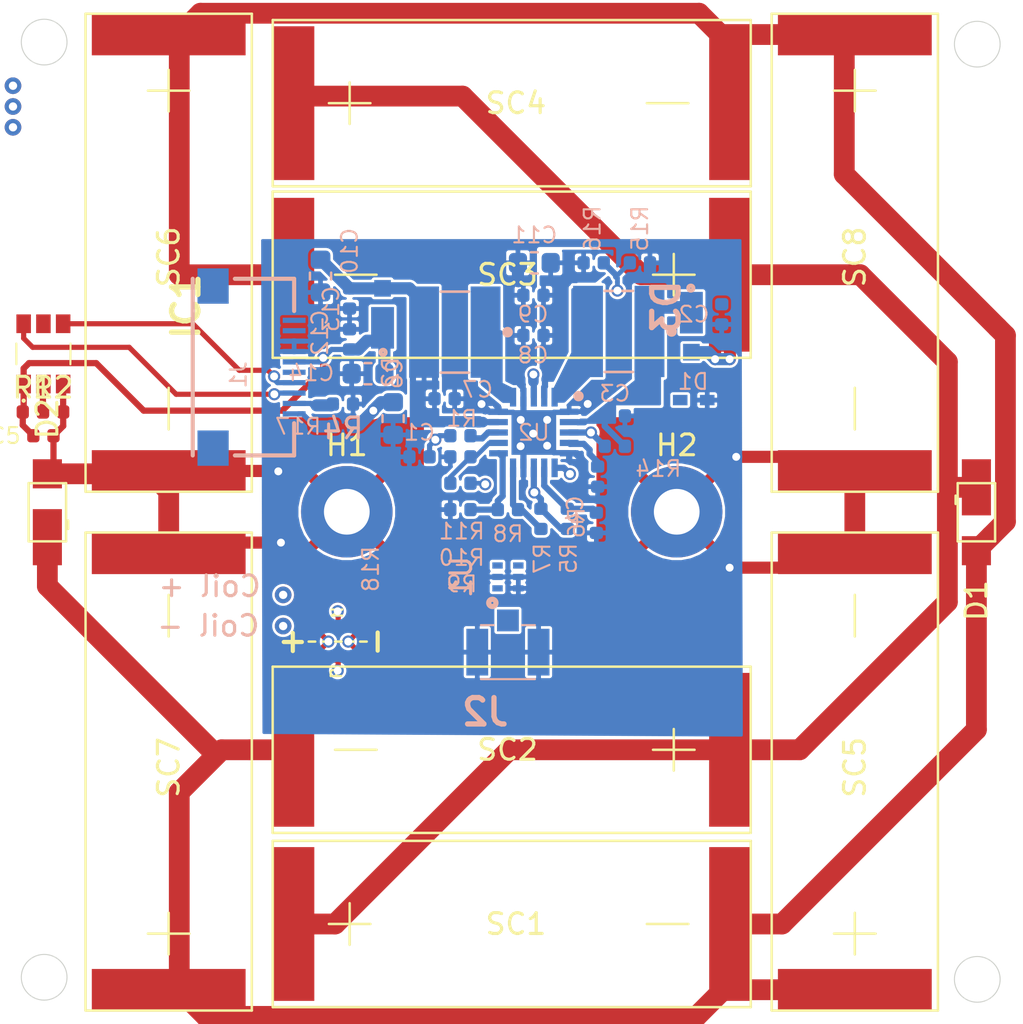
<source format=kicad_pcb>
(kicad_pcb (version 20171130) (host pcbnew "(5.1.4)-1")
  (layers (0 Top signal hide) (1 In1.Cu signal) (2 In2.Cu signal hide) (3 In3.Cu signal hide) (4 In4.Cu signal hide) (31 Bottom signal) (34 B.Paste user hide) (35 F.Paste user hide) (36 B.SilkS user) (37 F.SilkS user hide) (38 B.Mask user hide) (39 F.Mask user hide) (44 Edge.Cuts user hide))
  (net 0 "")
  (net 1 "Net-(D1-Pad2)")
  (net 2 "Net-(D1-Pad1)")
  (net 3 "Net-(H1-Pad1)")
  (net 4 "Net-(H2-Pad1)")
  (net 5 COIL_P)
  (net 6 GND)
  (net 7 +3V3)
  (net 8 SDA1)
  (net 9 SCL1)
  (net 10 /VBAT)
  (net 11 "Net-(L1-Pad2)")
  (net 12 VOUT_EN)
  (net 13 VSOLAR)
  (net 14 VBAT_OK)
  (net 15 BATT_N)
  (net 16 BATT_P)
  (net 17 BURN1)
  (net 18 COIL_N)
  (net 19 "Net-(C4-Pad1)")
  (net 20 "Net-(C10-Pad1)")
  (net 21 "Net-(C11-Pad1)")
  (net 22 "Net-(L2-Pad1)")
  (net 23 "Net-(R10-Pad2)")
  (net 24 "Net-(R5-Pad1)")
  (net 25 "Net-(R7-Pad1)")
  (net 26 "Net-(R8-Pad1)")
  (net 27 "Net-(R10-Pad1)")
  (net 28 "Net-(R14-Pad1)")
  (net 29 /coil)
  (net 30 "Net-(IC1-Pad5)")
  (net 31 "Net-(IC1-Pad2)")
  (net 32 "Net-(J2-Pad3)")
  (module Resistor_SMD:R_0402_1005Metric (layer Top) (at 152.931 60.198)
    (fp_text reference R2 (at 0 -1.17) (layer F.SilkS))
    (fp_text value 0)
    (pad 2 smd roundrect (at 0.485 0) (size 0.59 0.64) (layers Top F.Paste F.Mask) (net 6 GND))
    (pad 1 smd roundrect (at -0.485 0) (size 0.59 0.64) (layers Top F.Paste F.Mask) (net 31 "Net-(IC1-Pad2)"))
  )
  (module Resistor_SMD:R_0402_1005Metric (layer Bottom) (at 166.878 59.817)
    (fp_text reference R4 (at 0 1.17) (layer B.SilkS) (effects (justify mirror)))
    (fp_text value 0)
    (pad 2 smd roundrect (at 0.485 0) (size 0.59 0.64) (layers Bottom B.Paste B.Mask) (net 6 GND))
    (pad 1 smd roundrect (at -0.485 0) (size 0.59 0.64) (layers Bottom B.Paste B.Mask) (net 15 BATT_N))
  )
  (module Capacitor_SMD:C_0603_1608Metric (layer Bottom) (at 168.0845 58.3565 180)
    (fp_text reference C14 (at 2.7305 0.033 180) (layer B.SilkS) (effects (font (size 0.762 0.762) (thickness 0.1016)) (justify mirror)))
    (fp_text value 100uF)
    (pad 2 smd roundrect (at 0.7875 0 180) (size 0.875 0.95) (layers Bottom B.Paste B.Mask) (net 6 GND))
    (pad 1 smd roundrect (at -0.7875 0 180) (size 0.875 0.95) (layers Bottom B.Paste B.Mask) (net 7 +3V3))
  )
  (module custom-footprints:MICROSMP (layer Bottom) (at 183.642 56.0705 270)
    (fp_text reference D3 (at -0.93 1.214 90) (layer B.SilkS) (effects (font (size 1.27 1.27) (thickness 0.254)) (justify mirror)))
    (fp_text value MSS1P4-M3_89A hide)
    (pad 2 smd rect (at 1.25 0 180) (size 0.8 0.8) (layers Bottom B.Paste B.Mask) (net 2 "Net-(D1-Pad1)"))
    (pad 1 smd rect (at -0.65 0 180) (size 1.1 2) (layers Bottom B.Paste B.Mask) (net 13 VSOLAR))
  )
  (module custom-footprints:XF2M-1015-1A (layer Bottom) (at 164.5285 58.039 90)
    (fp_text reference J1 (at -0.37186 -2.68404 90) (layer B.SilkS) (effects (font (size 0.762 0.762) (thickness 0.1016)) (justify mirror)))
    (fp_text value XF2M-1015-1A hide)
    (pad 12 smd rect (at 3.9 -3.9) (size 1.5 1.7) (layers Bottom B.Paste B.Mask))
    (pad 11 smd rect (at -3.9 -3.9) (size 1.5 1.7) (layers Bottom B.Paste B.Mask))
    (pad 10 smd rect (at 2.25 0 90) (size 0.25 1.1) (layers Bottom B.Paste B.Mask) (net 5 COIL_P))
    (pad 9 smd rect (at 1.75 0 90) (size 0.25 1.1) (layers Bottom B.Paste B.Mask) (net 18 COIL_N))
    (pad 8 smd rect (at 1.25 0 90) (size 0.25 1.1) (layers Bottom B.Paste B.Mask) (net 6 GND))
    (pad 7 smd rect (at 0.75 0 90) (size 0.25 1.1) (layers Bottom B.Paste B.Mask) (net 6 GND))
    (pad 6 smd rect (at 0.25 0 90) (size 0.25 1.1) (layers Bottom B.Paste B.Mask) (net 7 +3V3))
    (pad 5 smd rect (at -0.25 0 90) (size 0.25 1.1) (layers Bottom B.Paste B.Mask) (net 17 BURN1))
    (pad 4 smd rect (at -0.75 0 90) (size 0.25 1.1) (layers Bottom B.Paste B.Mask) (net 9 SCL1))
    (pad 3 smd rect (at -1.25 0 90) (size 0.25 1.1) (layers Bottom B.Paste B.Mask) (net 8 SDA1))
    (pad 2 smd rect (at -1.75 0 90) (size 0.25 1.1) (layers Bottom B.Paste B.Mask) (net 15 BATT_N))
    (pad 1 smd rect (at -2.25 0 90) (size 0.25 1.1) (layers Bottom B.Paste B.Mask) (net 16 BATT_P))
  )
  (module SolarCellParts:KXOB25-05X3F (layer Top) (at 185.4962 76.454 180)
    (fp_text reference SC2 (at 10.7 0) (layer F.SilkS))
    (fp_text value SolarCell_Small)
    (pad 1 smd rect (at 0 0 180) (size 2 7.4) (layers Top F.Paste F.Mask) (net 2 "Net-(D1-Pad1)"))
    (pad 2 smd rect (at 21 0 180) (size 2 7.4) (layers Top F.Paste F.Mask) (net 1 "Net-(D1-Pad2)"))
  )
  (module custom-footprints:balun0603 (layer Bottom) (at 174.8155 68.1355 90)
    (fp_text reference U1 (at 0 -2.25 90) (layer B.SilkS) (effects (justify mirror)))
    (fp_text value HHM17139B2)
    (pad 5 smd rect (at 0 0.5 90) (size 0.3 0.5) (layers Bottom B.Paste B.Mask) (net 6 GND))
    (pad 6 smd rect (at -0.55 0.5 90) (size 0.3 0.5) (layers Bottom B.Paste B.Mask) (net 6 GND))
    (pad 4 smd rect (at 0.55 0.5 90) (size 0.3 0.5) (layers Bottom B.Paste B.Mask) (net 3 "Net-(H1-Pad1)"))
    (pad 1 smd rect (at -0.55 -0.5 90) (size 0.3 0.5) (layers Bottom B.Paste B.Mask) (net 32 "Net-(J2-Pad3)"))
    (pad 3 smd rect (at 0.55 -0.5 90) (size 0.3 0.5) (layers Bottom B.Paste B.Mask) (net 4 "Net-(H2-Pad1)"))
    (pad 2 smd rect (at 0 -0.5 90) (size 0.3 0.5) (layers Bottom B.Paste B.Mask) (net 6 GND))
  )
  (module Resistor_SMD:R_0402_1005Metric (layer Top) (at 151.9555 60.198)
    (fp_text reference R1 (at 0 -1.17) (layer F.SilkS))
    (fp_text value 0)
    (pad 2 smd roundrect (at 0.485 0) (size 0.59 0.64) (layers Top F.Paste F.Mask) (net 31 "Net-(IC1-Pad2)"))
    (pad 1 smd roundrect (at -0.485 0) (size 0.59 0.64) (layers Top F.Paste F.Mask) (net 7 +3V3))
  )
  (module custom-footprints:U.FL-R-SMT-1 (layer Bottom) (at 174.8155 71.755)
    (fp_text reference J2 (at -1.09467 2.881) (layer B.SilkS) (effects (font (size 1.27 1.27) (thickness 0.254)) (justify mirror)))
    (fp_text value U.FL-R-SMT-1 hide)
    (pad 3 smd rect (at 0 -1.525 270) (size 1.05 1.05) (layers Bottom B.Paste B.Mask) (net 32 "Net-(J2-Pad3)"))
    (pad 2 smd rect (at 1.475 0) (size 1.05 2.25) (layers Bottom B.Paste B.Mask) (net 6 GND))
    (pad 1 smd rect (at -1.475 0) (size 1.05 2.25) (layers Bottom B.Paste B.Mask) (net 6 GND))
  )
  (module custom-footprints:TSL2561 (layer Top) (at 152.4635 57.404 90)
    (fp_text reference IC1 (at 2.286 6.86 90) (layer F.SilkS) (effects (font (size 1.27 1.27) (thickness 0.254))))
    (fp_text value symbols_TSL2561 hide)
    (pad 6 smd rect (at 1.45 -0.95 180) (size 0.7 0.9) (layers Top F.Paste F.Mask) (net 8 SDA1))
    (pad 5 smd rect (at 1.45 0 180) (size 0.7 0.9) (layers Top F.Paste F.Mask) (net 30 "Net-(IC1-Pad5)"))
    (pad 4 smd rect (at 1.45 0.95 180) (size 0.7 0.9) (layers Top F.Paste F.Mask) (net 9 SCL1))
    (pad 3 smd rect (at -1.45 0.95 180) (size 0.7 0.9) (layers Top F.Paste F.Mask) (net 6 GND))
    (pad 2 smd rect (at -1.45 0 180) (size 0.7 0.9) (layers Top F.Paste F.Mask) (net 31 "Net-(IC1-Pad2)"))
    (pad 1 smd rect (at -1.45 -0.95 180) (size 0.7 0.9) (layers Top F.Paste F.Mask) (net 7 +3V3))
  )
  (module MountingHole:MountingHole_2.2mm_M2_Pad (layer Top) (at 182.9375 65)
    (fp_text reference H2 (at 0 -3.2) (layer F.SilkS))
    (fp_text value MountingHole_Pad)
    (pad 1 thru_hole circle (at 0 0) (size 4.4 4.4) (drill 2.2) (layers *.Cu *.Mask) (net 4 "Net-(H2-Pad1)"))
  )
  (module MountingHole:MountingHole_2.2mm_M2_Pad (layer Top) (at 167.0625 65)
    (fp_text reference H1 (at 0 -3.2) (layer F.SilkS))
    (fp_text value MountingHole_Pad)
    (pad 1 thru_hole circle (at 0 0) (size 4.4 4.4) (drill 2.2) (layers *.Cu *.Mask) (net 3 "Net-(H1-Pad1)"))
  )
  (module SolarCellParts:KXOB25-05X3F (layer Top) (at 164.5 84.836)
    (fp_text reference SC1 (at 10.7 0) (layer F.SilkS))
    (fp_text value SolarCell_Small)
    (pad 1 smd rect (at 0 0) (size 2 7.4) (layers Top F.Paste F.Mask) (net 2 "Net-(D1-Pad1)"))
    (pad 2 smd rect (at 21 0) (size 2 7.4) (layers Top F.Paste F.Mask) (net 1 "Net-(D1-Pad2)"))
  )
  (module SolarCellParts:KXOB25-05X3F (layer Top) (at 191.508 42.037 270)
    (fp_text reference SC8 (at 10.7 0 90) (layer F.SilkS))
    (fp_text value SolarCell_Small)
    (pad 2 smd rect (at 21 0 270) (size 2 7.4) (layers Top F.Paste F.Mask) (net 6 GND))
    (pad 1 smd rect (at 0 0 270) (size 2 7.4) (layers Top F.Paste F.Mask) (net 1 "Net-(D1-Pad2)"))
  )
  (module SolarCellParts:KXOB25-05X3F (layer Top) (at 158.492 88 90)
    (fp_text reference SC7 (at 10.7 0 90) (layer F.SilkS))
    (fp_text value SolarCell_Small)
    (pad 2 smd rect (at 21 0 90) (size 2 7.4) (layers Top F.Paste F.Mask) (net 6 GND))
    (pad 1 smd rect (at 0 0 90) (size 2 7.4) (layers Top F.Paste F.Mask) (net 1 "Net-(D1-Pad2)"))
  )
  (module SolarCellParts:KXOB25-05X3F (layer Top) (at 158.492 42.037 270)
    (fp_text reference SC6 (at 10.7 0 90) (layer F.SilkS))
    (fp_text value SolarCell_Small)
    (pad 2 smd rect (at 21 0 270) (size 2 7.4) (layers Top F.Paste F.Mask) (net 6 GND))
    (pad 1 smd rect (at 0 0 270) (size 2 7.4) (layers Top F.Paste F.Mask) (net 1 "Net-(D1-Pad2)"))
  )
  (module SolarCellParts:KXOB25-05X3F (layer Top) (at 191.508 88 90)
    (fp_text reference SC5 (at 10.7 0 90) (layer F.SilkS))
    (fp_text value SolarCell_Small)
    (pad 2 smd rect (at 21 0 90) (size 2 7.4) (layers Top F.Paste F.Mask) (net 6 GND))
    (pad 1 smd rect (at 0 0 90) (size 2 7.4) (layers Top F.Paste F.Mask) (net 1 "Net-(D1-Pad2)"))
  )
  (module SolarCellParts:KXOB25-05X3F (layer Top) (at 164.5 45.339)
    (fp_text reference SC4 (at 10.7 0) (layer F.SilkS))
    (fp_text value SolarCell_Small)
    (pad 2 smd rect (at 21 0) (size 2 7.4) (layers Top F.Paste F.Mask) (net 1 "Net-(D1-Pad2)"))
    (pad 1 smd rect (at 0 0) (size 2 7.4) (layers Top F.Paste F.Mask) (net 2 "Net-(D1-Pad1)"))
  )
  (module SolarCellParts:KXOB25-05X3F (layer Top) (at 185.4962 53.594 180)
    (fp_text reference SC3 (at 10.7 0) (layer F.SilkS))
    (fp_text value SolarCell_Small)
    (pad 2 smd rect (at 21 0 180) (size 2 7.4) (layers Top F.Paste F.Mask) (net 1 "Net-(D1-Pad2)"))
    (pad 1 smd rect (at 0 0 180) (size 2 7.4) (layers Top F.Paste F.Mask) (net 2 "Net-(D1-Pad1)"))
  )
  (module "SolarCellParts:SB Diode" (layer Top) (at 152.654 65.024 90)
    (fp_text reference D2 (at 4.5 0 90) (layer F.SilkS))
    (fp_text value SBDiode)
    (pad 2 smd rect (at 1.85 0 90) (size 1.4 1.4) (layers Top F.Paste F.Mask) (net 6 GND))
    (pad 1 smd rect (at -1.2 0 90) (size 2.7 1.4) (layers Top F.Paste F.Mask) (net 1 "Net-(D1-Pad2)"))
  )
  (module "SolarCellParts:SB Diode" (layer Top) (at 197.358 65.024 270)
    (fp_text reference D1 (at 4.25 0 90) (layer F.SilkS))
    (fp_text value SBDiode)
    (pad 2 smd rect (at 1.85 0 270) (size 1.4 1.4) (layers Top F.Paste F.Mask) (net 1 "Net-(D1-Pad2)"))
    (pad 1 smd rect (at -1.2 0 270) (size 2.7 1.4) (layers Top F.Paste F.Mask) (net 2 "Net-(D1-Pad1)"))
  )
  (module custom-footprints:xpanel (layer Top) (at 317.5635 129.3495)
    (fp_text reference Ref** hide)
    (fp_text value Val** hide)
  )
  (module Resistor_SMD:R_0402_1005Metric (layer Top) (at 167.132 70.5485 180)
    (fp_text reference R19 hide)
    (fp_text value 0)
    (pad 2 smd roundrect (at 0.485 0 180) (size 0.59 0.64) (layers Top F.Paste F.Mask) (net 18 COIL_N))
    (pad 1 smd roundrect (at -0.485 0 180) (size 0.59 0.64) (layers Top F.Paste F.Mask) (net 29 /coil))
  )
  (module Resistor_SMD:R_0402_1005Metric (layer Top) (at 166.16172 70.5485 180)
    (fp_text reference R4 hide)
    (fp_text value 0)
    (pad 2 smd roundrect (at 0.485 0 180) (size 0.59 0.64) (layers Top F.Paste F.Mask) (net 29 /coil))
    (pad 1 smd roundrect (at -0.485 0 180) (size 0.59 0.64) (layers Top F.Paste F.Mask) (net 18 COIL_N))
  )
  (module Resistor_SMD:R_0402_1005Metric (layer Top) (at 167.132 71.9455 180)
    (fp_text reference R3 hide)
    (fp_text value 0)
    (pad 2 smd roundrect (at 0.485 0 180) (size 0.59 0.64) (layers Top F.Paste F.Mask) (net 5 COIL_P))
    (pad 1 smd roundrect (at -0.485 0 180) (size 0.59 0.64) (layers Top F.Paste F.Mask) (net 29 /coil))
  )
  (module Resistor_SMD:R_0402_1005Metric (layer Top) (at 166.16172 71.9455 180)
    (fp_text reference R2 hide)
    (fp_text value 0)
    (pad 2 smd roundrect (at 0.485 0 180) (size 0.59 0.64) (layers Top F.Paste F.Mask) (net 29 /coil))
    (pad 1 smd roundrect (at -0.485 0 180) (size 0.59 0.64) (layers Top F.Paste F.Mask) (net 5 COIL_P))
  )
  (module Capacitor_SMD:C_0402_1005Metric (layer Top) (at 152.4635 61.341 180)
    (fp_text reference C5 (at 1.8415 0) (layer F.SilkS) (effects (font (size 0.762 0.762) (thickness 0.1016))))
    (fp_text value 0.1uF)
    (pad 2 smd roundrect (at 0.485 0 180) (size 0.59 0.64) (layers Top F.Paste F.Mask) (net 7 +3V3))
    (pad 1 smd roundrect (at -0.485 0 180) (size 0.59 0.64) (layers Top F.Paste F.Mask) (net 6 GND))
  )
  (module Capacitor_SMD:C_0603_1608Metric (layer Bottom) (at 169.291 60.5155 270)
    (fp_text reference C6 (at -2.159 -0.0635 270) (layer B.SilkS) (effects (font (size 0.762 0.762) (thickness 0.1016)) (justify mirror)))
    (fp_text value 100uF)
    (pad 2 smd roundrect (at 0.7875 0 270) (size 0.875 0.95) (layers Bottom B.Paste B.Mask) (net 6 GND))
    (pad 1 smd roundrect (at -0.7875 0 270) (size 0.875 0.95) (layers Bottom B.Paste B.Mask) (net 10 /VBAT))
  )
  (module Capacitor_SMD:C_0402_1005Metric (layer Bottom) (at 176.04234 54.582844 180)
    (fp_text reference C9 (at 0.02034 -0.916156) (layer B.SilkS) (effects (font (size 0.762 0.762) (thickness 0.1016)) (justify mirror)))
    (fp_text value 0.1uF)
    (pad 2 smd roundrect (at 0.485 0 180) (size 0.59 0.64) (layers Bottom B.Paste B.Mask) (net 6 GND))
    (pad 1 smd roundrect (at -0.485 0 180) (size 0.59 0.64) (layers Bottom B.Paste B.Mask) (net 21 "Net-(C11-Pad1)"))
  )
  (module misc-circuits:SOD523 (layer Bottom) (at 183.7055 59.6265)
    (fp_text reference D1 (at -0.7905 -1.3335) (layer B.SilkS) (effects (font (size 0.762 0.762) (thickness 0.1016)) (justify right top mirror)))
    (fp_text value SDM20U40-7)
    (pad C smd rect (at -0.6 0) (size 0.7 0.5) (layers Bottom B.Paste B.Mask) (net 13 VSOLAR))
    (pad A smd rect (at 0.7 0) (size 0.7 0.5) (layers Bottom B.Paste B.Mask) (net 6 GND))
  )
  (module misc-circuits:QFN50P350X350X100-21N-D (layer Bottom) (at 176.06234 61.186844 180)
    (fp_text reference U2 (at 0 0) (layer B.SilkS) (effects (font (size 0.762 0.762) (thickness 0.1016)) (justify mirror)))
    (fp_text value Value hide)
    (pad 21 smd rect (at 0 0 180) (size 2.15 2.15) (layers Bottom B.Paste B.Mask) (net 6 GND))
    (pad 20 smd rect (at -1 1.7 180) (size 0.3 0.9) (layers Bottom B.Paste B.Mask) (net 11 "Net-(L1-Pad2)"))
    (pad 19 smd rect (at -0.5 1.7 180) (size 0.3 0.9) (layers Bottom B.Paste B.Mask) (net 21 "Net-(C11-Pad1)"))
    (pad 18 smd rect (at 0 1.7 180) (size 0.3 0.9) (layers Bottom B.Paste B.Mask) (net 10 /VBAT))
    (pad 17 smd rect (at 0.5 1.7 180) (size 0.3 0.9) (layers Bottom B.Paste B.Mask) (net 6 GND))
    (pad 16 smd rect (at 1 1.7 180) (size 0.3 0.9) (layers Bottom B.Paste B.Mask) (net 22 "Net-(L2-Pad1)"))
    (pad 15 smd rect (at 1.7 1 90) (size 0.3 0.9) (layers Bottom B.Paste B.Mask) (net 6 GND))
    (pad 14 smd rect (at 1.7 0.5 90) (size 0.3 0.9) (layers Bottom B.Paste B.Mask) (net 20 "Net-(C10-Pad1)"))
    (pad 13 smd rect (at 1.7 0 90) (size 0.3 0.9) (layers Bottom B.Paste B.Mask) (net 14 VBAT_OK))
    (pad 12 smd rect (at 1.7 -0.5 90) (size 0.3 0.9) (layers Bottom B.Paste B.Mask) (net 27 "Net-(R10-Pad1)"))
    (pad 11 smd rect (at 1.7 -1 90) (size 0.3 0.9) (layers Bottom B.Paste B.Mask) (net 26 "Net-(R8-Pad1)"))
    (pad 10 smd rect (at 1 -1.7 180) (size 0.3 0.9) (layers Bottom B.Paste B.Mask) (net 25 "Net-(R7-Pad1)"))
    (pad 9 smd rect (at 0.5 -1.7 180) (size 0.3 0.9) (layers Bottom B.Paste B.Mask) (net 6 GND))
    (pad 8 smd rect (at 0 -1.7 180) (size 0.3 0.9) (layers Bottom B.Paste B.Mask) (net 23 "Net-(R10-Pad2)"))
    (pad 7 smd rect (at -0.5 -1.7 180) (size 0.3 0.9) (layers Bottom B.Paste B.Mask) (net 24 "Net-(R5-Pad1)"))
    (pad 6 smd rect (at -1 -1.7 180) (size 0.3 0.9) (layers Bottom B.Paste B.Mask) (net 12 VOUT_EN))
    (pad 5 smd rect (at -1.7 -1 90) (size 0.3 0.9) (layers Bottom B.Paste B.Mask) (net 6 GND))
    (pad 4 smd rect (at -1.7 -0.5 90) (size 0.3 0.9) (layers Bottom B.Paste B.Mask) (net 19 "Net-(C4-Pad1)"))
    (pad 3 smd rect (at -1.7 0 90) (size 0.3 0.9) (layers Bottom B.Paste B.Mask) (net 28 "Net-(R14-Pad1)"))
    (pad 2 smd rect (at -1.7 0.5 90) (size 0.3 0.9) (layers Bottom B.Paste B.Mask) (net 13 VSOLAR))
    (pad 1 smd rect (at -1.7 1 90) (size 0.3 0.9) (layers Bottom B.Paste B.Mask) (net 6 GND))
  )
  (module custom-footprints:MICROSMP (layer Bottom) (at 168.783 55.499 90)
    (fp_text reference D2 (at -2.794 0.381 270) (layer B.SilkS) (effects (font (size 0.762 0.762) (thickness 0.1016)) (justify mirror)))
    (fp_text value MSS1P4-M3_89A hide)
    (pad 2 smd rect (at 1.25 0) (size 0.8 0.8) (layers Bottom B.Paste B.Mask) (net 20 "Net-(C10-Pad1)"))
    (pad 1 smd rect (at -0.65 0) (size 1.1 2) (layers Bottom B.Paste B.Mask) (net 7 +3V3))
  )
  (module Resistor_SMD:R_0402_1005Metric (layer Bottom) (at 179.07 65.532 90)
    (fp_text reference R6 (at 0 -0.9525 270) (layer B.SilkS) (effects (font (size 0.762 0.762) (thickness 0.1016)) (justify mirror)))
    (fp_text value 5.62M)
    (pad 2 smd roundrect (at 0.485 0 90) (size 0.59 0.64) (layers Bottom B.Paste B.Mask) (net 24 "Net-(R5-Pad1)"))
    (pad 1 smd roundrect (at -0.485 0 90) (size 0.59 0.64) (layers Bottom B.Paste B.Mask) (net 6 GND))
  )
  (module Resistor_SMD:R_0402_1005Metric (layer Bottom) (at 177.673 65.3415 270)
    (fp_text reference R5 (at 1.905 -0.0635 270) (layer B.SilkS) (effects (font (size 0.762 0.762) (thickness 0.1016)) (justify mirror)))
    (fp_text value 7.32M)
    (pad 2 smd roundrect (at 0.485 0 270) (size 0.59 0.64) (layers Bottom B.Paste B.Mask) (net 23 "Net-(R10-Pad2)"))
    (pad 1 smd roundrect (at -0.485 0 270) (size 0.59 0.64) (layers Bottom B.Paste B.Mask) (net 24 "Net-(R5-Pad1)"))
  )
  (module Resistor_SMD:R_0402_1005Metric (layer Bottom) (at 178.943 53.0225)
    (fp_text reference R16 (at -0.0635 -1.651 90) (layer B.SilkS) (effects (font (size 0.762 0.762) (thickness 0.1016)) (justify mirror)))
    (fp_text value 0)
    (pad 2 smd roundrect (at 0.485 0) (size 0.59 0.64) (layers Bottom B.Paste B.Mask) (net 28 "Net-(R14-Pad1)"))
    (pad 1 smd roundrect (at -0.485 0) (size 0.59 0.64) (layers Bottom B.Paste B.Mask) (net 21 "Net-(C11-Pad1)"))
  )
  (module Capacitor_SMD:C_0402_1005Metric (layer Bottom) (at 176.04234 56.515 180)
    (fp_text reference C8 (at 0.02034 -0.9525) (layer B.SilkS) (effects (font (size 0.762 0.762) (thickness 0.1016)) (justify mirror)))
    (fp_text value 4.7uF)
    (pad 2 smd roundrect (at 0.485 0 180) (size 0.59 0.64) (layers Bottom B.Paste B.Mask) (net 6 GND))
    (pad 1 smd roundrect (at -0.485 0 180) (size 0.59 0.64) (layers Bottom B.Paste B.Mask) (net 21 "Net-(C11-Pad1)"))
  )
  (module Capacitor_SMD:C_0603_1608Metric (layer Bottom) (at 165.7985 53.6575 270)
    (fp_text reference C12 (at 2.7305 0.033 270) (layer B.SilkS) (effects (font (size 0.762 0.762) (thickness 0.1016)) (justify mirror)))
    (fp_text value 100uF)
    (pad 2 smd roundrect (at 0.7875 0 270) (size 0.875 0.95) (layers Bottom B.Paste B.Mask) (net 6 GND))
    (pad 1 smd roundrect (at -0.7875 0 270) (size 0.875 0.95) (layers Bottom B.Paste B.Mask) (net 20 "Net-(C10-Pad1)"))
  )
  (module Capacitor_SMD:C_0402_1005Metric (layer Bottom) (at 167.1955 56.7055 90)
    (fp_text reference C13 (at 1.4605 -0.889 90) (layer B.SilkS) (effects (font (size 0.762 0.762) (thickness 0.1016)) (justify mirror)))
    (fp_text value 0.1uF)
    (pad 2 smd roundrect (at 0.485 0 90) (size 0.59 0.64) (layers Bottom B.Paste B.Mask) (net 6 GND))
    (pad 1 smd roundrect (at -0.485 0 90) (size 0.59 0.64) (layers Bottom B.Paste B.Mask) (net 7 +3V3))
  )
  (module Resistor_SMD:R_0402_1005Metric (layer Bottom) (at 176.403 65.3415 90)
    (fp_text reference R7 (at -1.905 0.0635 270) (layer B.SilkS) (effects (font (size 0.762 0.762) (thickness 0.1016)) (justify mirror)))
    (fp_text value 374K)
    (pad 2 smd roundrect (at 0.485 0 90) (size 0.59 0.64) (layers Bottom B.Paste B.Mask) (net 23 "Net-(R10-Pad2)"))
    (pad 1 smd roundrect (at -0.485 0 90) (size 0.59 0.64) (layers Bottom B.Paste B.Mask) (net 25 "Net-(R7-Pad1)"))
  )
  (module Resistor_SMD:R_0402_1005Metric (layer Bottom) (at 172.5295 62.357)
    (fp_text reference R11 (at 0.0635 3.583) (layer B.SilkS) (effects (font (size 0.762 0.762) (thickness 0.1016)) (justify mirror)))
    (fp_text value 4.75M)
    (pad 2 smd roundrect (at 0.485 0) (size 0.59 0.64) (layers Bottom B.Paste B.Mask) (net 27 "Net-(R10-Pad1)"))
    (pad 1 smd roundrect (at -0.485 0) (size 0.59 0.64) (layers Bottom B.Paste B.Mask) (net 6 GND))
  )
  (module Resistor_SMD:R_0402_1005Metric (layer Bottom) (at 172.5295 64.897)
    (fp_text reference R9 (at 0.0635 3.583) (layer B.SilkS) (effects (font (size 0.762 0.762) (thickness 0.1016)) (justify mirror)))
    (fp_text value 4.53M)
    (pad 2 smd roundrect (at 0.485 0) (size 0.59 0.64) (layers Bottom B.Paste B.Mask) (net 26 "Net-(R8-Pad1)"))
    (pad 1 smd roundrect (at -0.485 0) (size 0.59 0.64) (layers Bottom B.Paste B.Mask) (net 6 GND))
  )
  (module Resistor_SMD:R_0402_1005Metric (layer Bottom) (at 172.5295 63.627)
    (fp_text reference R10 (at 0.0635 3.583) (layer B.SilkS) (effects (font (size 0.762 0.762) (thickness 0.1016)) (justify mirror)))
    (fp_text value 8.25M)
    (pad 2 smd roundrect (at 0.485 0) (size 0.59 0.64) (layers Bottom B.Paste B.Mask) (net 23 "Net-(R10-Pad2)"))
    (pad 1 smd roundrect (at -0.485 0) (size 0.59 0.64) (layers Bottom B.Paste B.Mask) (net 27 "Net-(R10-Pad1)"))
  )
  (module Resistor_SMD:R_0402_1005Metric (layer Bottom) (at 174.8155 64.897)
    (fp_text reference R8 (at 0 1.17) (layer B.SilkS) (effects (font (size 0.762 0.762) (thickness 0.1016)) (justify mirror)))
    (fp_text value 8.25M)
    (pad 2 smd roundrect (at 0.485 0) (size 0.59 0.64) (layers Bottom B.Paste B.Mask) (net 25 "Net-(R7-Pad1)"))
    (pad 1 smd roundrect (at -0.485 0) (size 0.59 0.64) (layers Bottom B.Paste B.Mask) (net 26 "Net-(R8-Pad1)"))
  )
  (module Resistor_SMD:R_0402_1005Metric (layer Bottom) (at 179.959 61.849)
    (fp_text reference R14 (at 2.0955 1.0795) (layer B.SilkS) (effects (font (size 0.762 0.762) (thickness 0.1016)) (justify mirror)))
    (fp_text value 0)
    (pad 2 smd roundrect (at 0.485 0) (size 0.59 0.64) (layers Bottom B.Paste B.Mask) (net 13 VSOLAR))
    (pad 1 smd roundrect (at -0.485 0) (size 0.59 0.64) (layers Bottom B.Paste B.Mask) (net 28 "Net-(R14-Pad1)"))
  )
  (module Resistor_SMD:R_0402_1005Metric (layer Bottom) (at 181.1655 53.0225 180)
    (fp_text reference R15 (at 0 1.651 90) (layer B.SilkS) (effects (font (size 0.762 0.762) (thickness 0.1016)) (justify mirror)))
    (fp_text value 0)
    (pad 2 smd roundrect (at 0.485 0 180) (size 0.59 0.64) (layers Bottom B.Paste B.Mask) (net 28 "Net-(R14-Pad1)"))
    (pad 1 smd roundrect (at -0.485 0 180) (size 0.59 0.64) (layers Bottom B.Paste B.Mask) (net 6 GND))
  )
  (module Resistor_SMD:R_0402_1005Metric (layer Bottom) (at 166.878 60.8965)
    (fp_text reference R17 (at -2.159 0) (layer B.SilkS) (effects (font (size 0.762 0.762) (thickness 0.1016)) (justify mirror)))
    (fp_text value 0)
    (pad 2 smd roundrect (at 0.485 0) (size 0.59 0.64) (layers Bottom B.Paste B.Mask) (net 10 /VBAT))
    (pad 1 smd roundrect (at -0.485 0) (size 0.59 0.64) (layers Bottom B.Paste B.Mask) (net 16 BATT_P))
  )
  (module Resistor_SMD:R_0402_1005Metric (layer Bottom) (at 168.275 65.151 90)
    (fp_text reference R18 (at -2.6035 -0.0635 270) (layer B.SilkS) (effects (font (size 0.762 0.762) (thickness 0.1016)) (justify mirror)))
    (fp_text value 0)
    (pad 2 smd roundrect (at 0.485 0 90) (size 0.59 0.64) (layers Bottom B.Paste B.Mask) (net 6 GND))
    (pad 1 smd roundrect (at -0.485 0 90) (size 0.59 0.64) (layers Bottom B.Paste B.Mask) (net 15 BATT_N))
  )
  (module Resistor_SMD:R_0402_1005Metric (layer Bottom) (at 172.5295 61.341 180)
    (fp_text reference R1 (at -0.0635 0.8255) (layer B.SilkS) (effects (font (size 0.762 0.762) (thickness 0.1016)) (justify mirror)))
    (fp_text value 0)
    (pad 2 smd roundrect (at 0.485 0 180) (size 0.59 0.64) (layers Bottom B.Paste B.Mask) (net 12 VOUT_EN))
    (pad 1 smd roundrect (at -0.485 0 180) (size 0.59 0.64) (layers Bottom B.Paste B.Mask) (net 14 VBAT_OK))
  )
  (module misc-circuits:LPS4018 (layer Bottom) (at 172.26026 56.35752 180)
    (fp_text reference L2 hide)
    (fp_text value 10uH-LPS4018-103MR hide)
    (pad 2 smd rect (at 1.47955 0 180) (size 1.4351 4.3942) (layers Bottom B.Paste B.Mask) (net 20 "Net-(C10-Pad1)"))
    (pad 1 smd rect (at -1.47955 0 180) (size 1.4351 4.3942) (layers Bottom B.Paste B.Mask) (net 22 "Net-(L2-Pad1)"))
  )
  (module misc-circuits:LPS4018 (layer Bottom) (at 180.1495 56.3245 180)
    (fp_text reference L1 hide)
    (fp_text value 22uH-LPS4018-223MR hide)
    (pad 2 smd rect (at 1.47955 0 180) (size 1.4351 4.3942) (layers Bottom B.Paste B.Mask) (net 11 "Net-(L1-Pad2)"))
    (pad 1 smd rect (at -1.47955 0 180) (size 1.4351 4.3942) (layers Bottom B.Paste B.Mask) (net 13 VSOLAR))
  )
  (module Capacitor_SMD:C_0603_1608Metric (layer Bottom) (at 176.0855 53.0225 180)
    (fp_text reference C11 (at 0 1.3335) (layer B.SilkS) (effects (font (size 0.762 0.762) (thickness 0.1016)) (justify mirror)))
    (fp_text value 100uF)
    (pad 2 smd roundrect (at 0.7875 0 180) (size 0.875 0.95) (layers Bottom B.Paste B.Mask) (net 6 GND))
    (pad 1 smd roundrect (at -0.7875 0 180) (size 0.875 0.95) (layers Bottom B.Paste B.Mask) (net 21 "Net-(C11-Pad1)"))
  )
  (module Capacitor_SMD:C_0402_1005Metric (layer Bottom) (at 171.7675 59.563)
    (fp_text reference C7 (at 1.5875 -0.4445) (layer B.SilkS) (effects (font (size 0.762 0.762) (thickness 0.1016)) (justify mirror)))
    (fp_text value 22uF)
    (pad 2 smd roundrect (at 0.485 0) (size 0.59 0.64) (layers Bottom B.Paste B.Mask) (net 6 GND))
    (pad 1 smd roundrect (at -0.485 0) (size 0.59 0.64) (layers Bottom B.Paste B.Mask) (net 20 "Net-(C10-Pad1)"))
  )
  (module Capacitor_SMD:C_0402_1005Metric (layer Bottom) (at 179.1335 63.3095 270)
    (fp_text reference C4 (at 1.651 1.0795 90) (layer B.SilkS) (effects (font (size 0.762 0.762) (thickness 0.1016)) (justify mirror)))
    (fp_text value 10nF)
    (pad 2 smd roundrect (at 0.485 0 270) (size 0.59 0.64) (layers Bottom B.Paste B.Mask) (net 6 GND))
    (pad 1 smd roundrect (at -0.485 0 270) (size 0.59 0.64) (layers Bottom B.Paste B.Mask) (net 19 "Net-(C4-Pad1)"))
  )
  (module Capacitor_SMD:C_0402_1005Metric (layer Bottom) (at 185.1025 55.499 270)
    (fp_text reference C2 (at 0 1.3335) (layer B.SilkS) (effects (font (size 0.762 0.762) (thickness 0.1016)) (justify mirror)))
    (fp_text value 0.1uF)
    (pad 2 smd roundrect (at 0.485 0 270) (size 0.59 0.64) (layers Bottom B.Paste B.Mask) (net 6 GND))
    (pad 1 smd roundrect (at -0.485 0 270) (size 0.59 0.64) (layers Bottom B.Paste B.Mask) (net 13 VSOLAR))
  )
  (module Capacitor_SMD:C_0402_1005Metric (layer Bottom) (at 167.1955 54.737 270)
    (fp_text reference C10 (at -2.286 0 270) (layer B.SilkS) (effects (font (size 0.762 0.762) (thickness 0.1016)) (justify mirror)))
    (fp_text value 0.1uF)
    (pad 2 smd roundrect (at 0.485 0 270) (size 0.59 0.64) (layers Bottom B.Paste B.Mask) (net 6 GND))
    (pad 1 smd roundrect (at -0.485 0 270) (size 0.59 0.64) (layers Bottom B.Paste B.Mask) (net 20 "Net-(C10-Pad1)"))
  )
  (module Capacitor_SMD:C_0402_1005Metric (layer Bottom) (at 179.959 60.3885)
    (fp_text reference C3 (at 0 -1.0795) (layer B.SilkS) (effects (font (size 0.762 0.762) (thickness 0.1016)) (justify mirror)))
    (fp_text value 4.7uF)
    (pad 2 smd roundrect (at 0.485 0) (size 0.59 0.64) (layers Bottom B.Paste B.Mask) (net 6 GND))
    (pad 1 smd roundrect (at -0.485 0) (size 0.59 0.64) (layers Bottom B.Paste B.Mask) (net 13 VSOLAR))
  )
  (module Capacitor_SMD:C_0402_1005Metric (layer Bottom) (at 170.561 62.357 180)
    (fp_text reference C1 (at 0 1.17) (layer B.SilkS) (effects (font (size 0.762 0.762) (thickness 0.1016)) (justify mirror)))
    (fp_text value 1.0uF)
    (pad 2 smd roundrect (at 0.485 0 180) (size 0.59 0.64) (layers Bottom B.Paste B.Mask) (net 6 GND))
    (pad 1 smd roundrect (at -0.485 0 180) (size 0.59 0.64) (layers Bottom B.Paste B.Mask) (net 12 VOUT_EN))
  )
  (gr_text P (at 166.5605 72.771 90) (layer F.SilkS) (effects (font (size 0.508 0.508) (thickness 0.1016))))
  (gr_line (start 167.0685 71.247) (end 167.386 71.247) (layer F.SilkS) (width 0.12))
  (gr_line (start 166.8145 71.247) (end 166.497 71.247) (layer F.SilkS) (width 0.12))
  (gr_line (start 168.021 71.247) (end 167.7035 71.247) (layer F.SilkS) (width 0.12))
  (gr_circle (center 197.4 42.5) (end 198.5 42.5) (layer Edge.Cuts) (width 0.05))
  (gr_circle (center 197.4 87.5) (end 198.5 87.5) (layer Edge.Cuts) (width 0.05))
  (gr_circle (center 152.5 87.4) (end 153.6 87.4) (layer Edge.Cuts) (width 0.05))
  (gr_line (start 200 40) (end 150 40) (layer Edge.Cuts) (width 0.05))
  (gr_line (start 200 90) (end 200 40) (layer Edge.Cuts) (width 0.05))
  (gr_line (start 150 90) (end 200 90) (layer Edge.Cuts) (width 0.05))
  (gr_line (start 150 40) (end 150 90) (layer Edge.Cuts) (width 0.05))
  (gr_circle (center 152.5 42.4) (end 153.6 42.4) (layer Edge.Cuts) (width 0.05))
  (gr_text 3V3 (at 300.5455 98.552) (layer F.SilkS) (effects (font (size 0.635 0.635) (thickness 0.127))))
  (gr_text GND (at 297.688 98.552) (layer F.SilkS) (effects (font (size 0.635 0.635) (thickness 0.127))))
  (gr_text - (at 168.4655 71.247 90) (layer F.SilkS) (effects (font (size 1.143 1.143) (thickness 0.2032))))
  (gr_text N (at 166.5605 69.85 270) (layer F.SilkS) (effects (font (size 0.508 0.508) (thickness 0.1016))))
  (gr_text + (at 164.465 71.1835) (layer F.SilkS) (effects (font (size 1.143 1.143) (thickness 0.2032))))
  (gr_line (start 165.5445 71.247) (end 165.227 71.247) (layer F.SilkS) (width 0.12))
  (gr_line (start 165.9255 71.247) (end 166.243 71.247) (layer F.SilkS) (width 0.12))
  (gr_text "Coil -" (at 160.401 70.485) (layer B.SilkS) (effects (font (size 1 1)) (justify mirror)))
  (gr_text "Coil +" (at 160.4645 68.58) (layer B.SilkS) (effects (font (size 1 1)) (justify mirror)))
  (gr_circle (center 267.82 128.136) (end 269.82 128.136) (layer F.SilkS) (width 0.05))
  (gr_circle (center 307.62 128.136) (end 309.62 128.136) (layer F.SilkS) (width 0.05))
  (gr_circle (center 307.62 93.736) (end 309.62 93.736) (layer F.SilkS) (width 0.05))
  (gr_circle (center 267.82 93.736) (end 269.82 93.736) (layer F.SilkS) (width 0.05))
  (segment (start 167 66.5) (end 168 65.5) (width 0.25) (layer Top) (net 3))
  (via (at 151 44.5) (size 0.8) (drill 0.4) (layers Top Bottom) (net 5))
  (via (at 151 45.5) (size 0.8) (drill 0.4) (layers Top Bottom) (net 5))
  (via (at 164 69) (size 0.8) (drill 0.4) (layers Top Bottom) (net 5))
  (via (at 164 70.5) (size 0.8) (drill 0.4) (layers Top Bottom) (net 5))
  (via (at 151 46.5) (size 0.8) (drill 0.4) (layers Top Bottom) (net 5))
  (segment (start 176.06234 61.186844) (end 176.67194 60.577244) (width 0.2032) (layer Bottom) (net 6))
  (segment (start 176.67194 60.577244) (end 176.70274 60.577244) (width 0.2032) (layer Bottom) (net 6))
  (via (at 176.70274 60.577244) (size 0.5842) (drill 0.381) (layers Top Bottom) (net 6))
  (segment (start 176.06234 61.186844) (end 175.45274 60.577244) (width 0.2032) (layer Bottom) (net 6))
  (segment (start 175.45274 60.577244) (end 175.43274 60.577244) (width 0.2032) (layer Bottom) (net 6))
  (via (at 175.43274 60.577244) (size 0.5842) (drill 0.381) (layers Top Bottom) (net 6))
  (segment (start 176.06234 61.186844) (end 176.67194 61.796444) (width 0.2032) (layer Bottom) (net 6))
  (segment (start 176.67194 61.796444) (end 176.70274 61.821844) (width 0.2032) (layer Bottom) (net 6))
  (via (at 176.70274 61.821844) (size 0.5842) (drill 0.381) (layers Top Bottom) (net 6))
  (segment (start 174.41234 60.186844) (end 174.02634 60.186844) (width 0.2032) (layer Bottom) (net 6))
  (via (at 173.5455 59.817) (size 0.5842) (drill 0.381) (layers Top Bottom) (net 6))
  (segment (start 177.717396 62.1919) (end 177.9143 62.1919) (width 0.2286) (layer Bottom) (net 6))
  (segment (start 175.52163 59.04993) (end 175.3616 58.8899) (width 0.2286) (layer Bottom) (net 6))
  (segment (start 175.52163 59.181166) (end 175.52163 59.04993) (width 0.2286) (layer Bottom) (net 6))
  (segment (start 175.56234 59.536844) (end 175.56234 59.221876) (width 0.2286) (layer Bottom) (net 6))
  (segment (start 175.56234 59.221876) (end 175.52163 59.181166) (width 0.2286) (layer Bottom) (net 6))
  (segment (start 173.915344 60.186844) (end 173.5455 59.817) (width 0.29972) (layer Bottom) (net 6))
  (segment (start 174.36234 60.186844) (end 173.915344 60.186844) (width 0.29972) (layer Bottom) (net 6))
  (segment (start 174.36234 60.186844) (end 174.36234 59.99884) (width 0.29972) (layer Bottom) (net 6))
  (segment (start 174.36234 59.99884) (end 174.244 59.8805) (width 0.29972) (layer Bottom) (net 6))
  (segment (start 175.56234 60.34016) (end 175.514 60.3885) (width 0.29972) (layer Bottom) (net 6))
  (segment (start 175.56234 59.486844) (end 175.56234 60.34016) (width 0.29972) (layer Bottom) (net 6))
  (segment (start 175.56234 62.11816) (end 175.5775 62.103) (width 0.29972) (layer Bottom) (net 6))
  (segment (start 175.56234 62.886844) (end 175.56234 62.11816) (width 0.29972) (layer Bottom) (net 6))
  (segment (start 175.064885 60.216245) (end 175.44542 60.59678) (width 0.254) (layer Bottom) (net 6))
  (segment (start 174.391741 60.216245) (end 175.064885 60.216245) (width 0.254) (layer Bottom) (net 6))
  (segment (start 174.36234 60.186844) (end 174.391741 60.216245) (width 0.254) (layer Bottom) (net 6))
  (segment (start 177.034995 60.216245) (end 176.75606 60.49518) (width 0.254) (layer Bottom) (net 6))
  (segment (start 177.732939 60.216245) (end 177.034995 60.216245) (width 0.254) (layer Bottom) (net 6))
  (segment (start 177.76234 60.186844) (end 177.732939 60.216245) (width 0.254) (layer Bottom) (net 6))
  (segment (start 177.023863 62.157443) (end 176.93132 62.0649) (width 0.254) (layer Bottom) (net 6))
  (segment (start 177.732939 62.157443) (end 177.023863 62.157443) (width 0.254) (layer Bottom) (net 6))
  (segment (start 177.76234 62.186844) (end 177.732939 62.157443) (width 0.254) (layer Bottom) (net 6))
  (segment (start 178.048944 62.186844) (end 178.3207 62.4586) (width 0.29972) (layer Bottom) (net 6))
  (segment (start 177.76234 62.186844) (end 178.048944 62.186844) (width 0.29972) (layer Bottom) (net 6))
  (segment (start 177.76234 62.46158) (end 177.76698 62.46622) (width 0.29972) (layer Bottom) (net 6))
  (segment (start 177.76234 62.186844) (end 177.76234 62.46158) (width 0.29972) (layer Bottom) (net 6))
  (via (at 175.4251 61.84646) (size 0.5842) (drill 0.381) (layers Top Bottom) (net 6))
  (via (at 176.03216 61.2394) (size 0.5842) (drill 0.381) (layers Top Bottom) (net 6))
  (segment (start 178.278951 60.186844) (end 178.361889 60.103906) (width 0.2032) (layer Bottom) (net 6))
  (segment (start 178.361889 60.103906) (end 178.653988 59.811807) (width 0.2032) (layer Bottom) (net 6))
  (segment (start 177.71234 60.186844) (end 178.278951 60.186844) (width 0.2032) (layer Bottom) (net 6))
  (via (at 178.653988 59.811807) (size 0.5842) (drill 0.381) (layers Top Bottom) (net 6))
  (segment (start 176.06234 58.412844) (end 176.04234 58.392844) (width 0.2032) (layer Bottom) (net 10))
  (segment (start 176.04234 58.392844) (end 176.04234 58.7375) (width 0.508) (layer Bottom) (net 10))
  (segment (start 176.06234 58.7575) (end 176.04234 58.7375) (width 0.29972) (layer Bottom) (net 10))
  (segment (start 176.06234 59.486844) (end 176.06234 58.7575) (width 0.29972) (layer Bottom) (net 10))
  (via (at 177.8 63.1825) (size 0.5842) (drill 0.381) (layers Top Bottom) (net 12))
  (segment (start 177.06234 62.886844) (end 177.504344 62.886844) (width 0.29972) (layer Bottom) (net 12))
  (segment (start 177.504344 62.886844) (end 177.8 63.1825) (width 0.29972) (layer Bottom) (net 12))
  (segment (start 171.577 61.341) (end 172.0445 61.341) (width 0.24892) (layer Bottom) (net 12))
  (via (at 171.323 61.5315) (size 0.5842) (drill 0.381) (layers Top Bottom) (net 12))
  (segment (start 171.577 61.341) (end 171.5135 61.341) (width 0.24892) (layer Bottom) (net 12))
  (segment (start 171.5135 61.341) (end 171.323 61.5315) (width 0.24892) (layer Bottom) (net 12))
  (segment (start 171.046 61.8085) (end 171.323 61.5315) (width 0.24892) (layer Bottom) (net 12))
  (segment (start 171.046 62.357) (end 171.046 61.8085) (width 0.24892) (layer Bottom) (net 12))
  (segment (start 178.180746 60.6933) (end 178.4985 60.6933) (width 0.29972) (layer Bottom) (net 13))
  (segment (start 177.71234 60.686844) (end 178.17429 60.686844) (width 0.2286) (layer Bottom) (net 13))
  (segment (start 178.17429 60.686844) (end 178.180746 60.6933) (width 0.2286) (layer Bottom) (net 13))
  (segment (start 179.474 60.879) (end 179.474 60.3885) (width 0.29972) (layer Bottom) (net 13))
  (segment (start 180.444 61.849) (end 179.474 60.879) (width 0.29972) (layer Bottom) (net 13))
  (segment (start 181.752 55.1665) (end 181.737 55.1815) (width 0.6096) (layer Bottom) (net 13))
  (segment (start 183.4515 55.1665) (end 181.752 55.1665) (width 0.6096) (layer Bottom) (net 13))
  (segment (start 173.899344 61.186844) (end 173.899324 61.186824) (width 0.29972) (layer Bottom) (net 14))
  (segment (start 174.36234 61.186844) (end 173.899344 61.186844) (width 0.29972) (layer Bottom) (net 14))
  (segment (start 173.1415 61.468) (end 173.0145 61.341) (width 0.29972) (layer Bottom) (net 14))
  (segment (start 173.899344 61.186844) (end 173.863383 61.186844) (width 0.29972) (layer Bottom) (net 14))
  (segment (start 173.863383 61.186844) (end 173.582227 61.468) (width 0.29972) (layer Bottom) (net 14))
  (segment (start 173.582227 61.468) (end 173.1415 61.468) (width 0.29972) (layer Bottom) (net 14))
  (segment (start 174.36234 60.686844) (end 173.61262 60.686844) (width 0.29972) (layer Bottom) (net 20))
  (segment (start 173.61262 60.686844) (end 172.891344 60.686844) (width 0.508) (layer Bottom) (net 20))
  (segment (start 170.2435 57.78373) (end 170.2435 58.801) (width 0.29972) (layer Bottom) (net 20))
  (segment (start 171.3103 57.73293) (end 171.3103 58.8518) (width 0.29972) (layer Bottom) (net 20))
  (segment (start 176.56234 59.004184) (end 176.59861 58.967914) (width 0.29972) (layer Bottom) (net 21))
  (segment (start 176.56234 59.486844) (end 176.56234 59.004184) (width 0.29972) (layer Bottom) (net 21))
  (segment (start 176.59861 58.967914) (end 176.59861 58.6105) (width 0.29972) (layer Bottom) (net 21))
  (segment (start 177.373 65.8265) (end 176.403 64.8565) (width 0.29972) (layer Bottom) (net 23))
  (segment (start 177.673 65.8265) (end 177.373 65.8265) (width 0.29972) (layer Bottom) (net 23))
  (via (at 176.0855 64.0715) (size 0.5842) (drill 0.381) (layers Top Bottom) (net 23))
  (segment (start 176.403 64.8565) (end 176.403 64.389) (width 0.29972) (layer Bottom) (net 23))
  (segment (start 176.403 64.389) (end 176.377599 64.363599) (width 0.29972) (layer Bottom) (net 23))
  (segment (start 176.377599 64.363599) (end 176.0855 64.0715) (width 0.29972) (layer Bottom) (net 23))
  (segment (start 176.06234 62.886844) (end 176.06234 64.04834) (width 0.29972) (layer Bottom) (net 23))
  (segment (start 176.06234 64.04834) (end 176.0855 64.0715) (width 0.29972) (layer Bottom) (net 23))
  (via (at 173.723328 63.67781) (size 0.5842) (drill 0.381) (layers Top Bottom) (net 23))
  (segment (start 173.0145 63.627) (end 173.672518 63.627) (width 0.2286) (layer Bottom) (net 23))
  (segment (start 173.672518 63.627) (end 173.723328 63.67781) (width 0.2286) (layer Bottom) (net 23))
  (segment (start 176.56234 63.74584) (end 177.673 64.8565) (width 0.29972) (layer Bottom) (net 24))
  (segment (start 176.56234 62.886844) (end 176.56234 63.74584) (width 0.29972) (layer Bottom) (net 24))
  (segment (start 175.06234 62.886844) (end 175.06234 64.65884) (width 0.29972) (layer Bottom) (net 25))
  (segment (start 175.06234 64.65884) (end 175.3005 64.897) (width 0.29972) (layer Bottom) (net 25))
  (segment (start 175.4735 64.897) (end 176.403 65.8265) (width 0.29972) (layer Bottom) (net 25))
  (segment (start 175.3005 64.897) (end 175.4735 64.897) (width 0.29972) (layer Bottom) (net 25))
  (segment (start 174.3305 64.477) (end 174.3305 64.897) (width 0.29972) (layer Bottom) (net 26))
  (segment (start 174.5615 64.246) (end 174.3305 64.477) (width 0.29972) (layer Bottom) (net 26))
  (segment (start 174.5615 62.357) (end 174.5615 64.246) (width 0.29972) (layer Bottom) (net 26))
  (segment (start 174.36234 62.186844) (end 174.391344 62.186844) (width 0.29972) (layer Bottom) (net 26))
  (segment (start 174.391344 62.186844) (end 174.5615 62.357) (width 0.29972) (layer Bottom) (net 26))
  (segment (start 174.3305 64.897) (end 173.0145 64.897) (width 0.29972) (layer Bottom) (net 26))
  (segment (start 172.0445 63.327) (end 173.0145 62.357) (width 0.2286) (layer Bottom) (net 27))
  (segment (start 172.0445 63.5635) (end 172.0445 63.327) (width 0.2286) (layer Bottom) (net 27))
  (segment (start 173.916582 61.686844) (end 173.246426 62.357) (width 0.2286) (layer Bottom) (net 27))
  (segment (start 173.246426 62.357) (end 172.974 62.357) (width 0.2286) (layer Bottom) (net 27))
  (segment (start 174.36234 61.686844) (end 173.916582 61.686844) (width 0.2286) (layer Bottom) (net 27))
  (segment (start 178.811844 61.186844) (end 179.474 61.849) (width 0.29972) (layer Bottom) (net 28))
  (segment (start 177.76234 61.186844) (end 178.811844 61.186844) (width 0.29972) (layer Bottom) (net 28))
  (via (at 178.811844 61.186844) (size 0.5842) (drill 0.381) (layers Top Bottom) (net 28))
  (segment (start 185.558 88) (end 185.547 88.011) (width 1) (layer Top) (net 1))
  (segment (start 191 88) (end 185.558 88) (width 1) (layer Top) (net 1))
  (segment (start 183.896 89.281) (end 185.293 87.884) (width 1) (layer Top) (net 1))
  (segment (start 159 88) (end 160.281 89.281) (width 1) (layer Top) (net 1))
  (segment (start 160.281 89.281) (end 183.896 89.281) (width 1) (layer Top) (net 1))
  (segment (start 152.654 68.574) (end 160.534 76.454) (width 1) (layer Top) (net 1))
  (segment (start 152.654 66.224) (end 152.654 68.574) (width 1) (layer Top) (net 1))
  (segment (start 161.042 76.454) (end 159 78.496) (width 1) (layer Top) (net 1))
  (segment (start 159 78.496) (end 159 88) (width 1) (layer Top) (net 1))
  (segment (start 161.042 76.454) (end 162.42 76.454) (width 1) (layer Top) (net 1))
  (segment (start 162.42 76.454) (end 164.42 76.454) (width 1) (layer Top) (net 1))
  (segment (start 188.008 84.836) (end 185.5 84.836) (width 1) (layer Top) (net 1))
  (segment (start 197.358 66.874) (end 197.358 75.486) (width 1) (layer Top) (net 1))
  (segment (start 197.358 75.486) (end 188.008 84.836) (width 1) (layer Top) (net 1))
  (segment (start 191 48.76) (end 198.374 56.134) (width 1) (layer Top) (net 1))
  (segment (start 191 42.037) (end 191 48.76) (width 1) (layer Top) (net 1))
  (segment (start 185.039 42.037) (end 191 42.037) (width 1) (layer Top) (net 1))
  (segment (start 184.013999 41.011999) (end 185.039 42.037) (width 1) (layer Top) (net 1))
  (segment (start 162.543 53.598) (end 159 53.598) (width 1) (layer Top) (net 1))
  (segment (start 162.547 53.594) (end 162.543 53.598) (width 1) (layer Top) (net 1))
  (segment (start 159 42.037) (end 160.025001 41.011999) (width 1) (layer Top) (net 1))
  (segment (start 164.547 53.594) (end 162.547 53.594) (width 1) (layer Top) (net 1))
  (segment (start 159 53.598) (end 159 42.037) (width 1) (layer Top) (net 1))
  (segment (start 160.025001 41.011999) (end 184.013999 41.011999) (width 1) (layer Top) (net 1))
  (segment (start 198.065 66.167) (end 197.358 66.874) (width 1) (layer Top) (net 1))
  (segment (start 198.755 65.477) (end 198.065 66.167) (width 1) (layer Top) (net 1))
  (segment (start 198.374 56.134) (end 198.755 56.515) (width 1) (layer Top) (net 1))
  (segment (start 198.755 56.515) (end 198.755 65.477) (width 1) (layer Top) (net 1))
  (segment (start 196.018 63.824) (end 195.961 63.881) (width 1) (layer Top) (net 2))
  (segment (start 197.358 63.824) (end 196.018 63.824) (width 1) (layer Top) (net 2))
  (segment (start 164.5 45) (end 172.635 45) (width 1) (layer Top) (net 2))
  (segment (start 181.229 53.594) (end 191.77 53.594) (width 1) (layer Top) (net 2))
  (segment (start 172.635 45) (end 181.229 53.594) (width 1) (layer Top) (net 2))
  (segment (start 191.77 53.594) (end 195.961 57.785) (width 1) (layer Top) (net 2))
  (segment (start 195.961 57.785) (end 195.961 63.881) (width 1) (layer Top) (net 2))
  (segment (start 195.961 69.342) (end 188.849 76.454) (width 1) (layer Top) (net 2))
  (segment (start 188.849 76.454) (end 174.882 76.454) (width 1) (layer Top) (net 2))
  (segment (start 174.882 76.454) (end 166.5 84.836) (width 1) (layer Top) (net 2))
  (segment (start 195.961 63.881) (end 195.961 69.342) (width 1) (layer Top) (net 2))
  (segment (start 166.5 84.836) (end 164.5 84.836) (width 1) (layer Top) (net 2))
  (via (at 185.4835 57.658) (size 0.5842) (drill 0.381) (layers Top Bottom) (net 2))
  (segment (start 185.4962 53.594) (end 185.4962 57.6453) (width 0.5842) (layer Top) (net 2))
  (segment (start 185.4962 57.6453) (end 185.4835 57.658) (width 0.5842) (layer Top) (net 2))
  (via (at 184.785 57.658) (size 0.5842) (drill 0.381) (layers Top Bottom) (net 2))
  (segment (start 185.4835 57.658) (end 184.785 57.658) (width 0.5842) (layer Bottom) (net 2))
  (segment (start 184.4475 57.3205) (end 184.785 57.658) (width 0.5842) (layer Bottom) (net 2))
  (segment (start 183.642 57.3205) (end 184.4475 57.3205) (width 0.5842) (layer Bottom) (net 2))
  (segment (start 184.785 57.658) (end 184.785 56.7055) (width 0.5842) (layer Top) (net 2))
  (via (at 166.624 72.644) (size 0.5842) (drill 0.381) (layers Top Bottom) (net 5))
  (segment (start 166.64672 71.9455) (end 166.64672 72.62128) (width 0.24892) (layer Top) (net 5))
  (segment (start 166.64672 72.62128) (end 166.624 72.644) (width 0.24892) (layer Top) (net 5))
  (segment (start 158.492 67) (end 158.492 64) (width 1) (layer Top) (net 6))
  (segment (start 158.301 63.809) (end 158.492 64) (width 1) (layer Top) (net 6))
  (segment (start 191.508 63.037) (end 191.508 67) (width 1) (layer Top) (net 6))
  (segment (start 158.355 63.174) (end 158.492 63.037) (width 1) (layer Top) (net 6))
  (segment (start 152.654 63.174) (end 158.355 63.174) (width 1) (layer Top) (net 6))
  (segment (start 166.584332 58.974832) (end 166.584332 58.888332) (width 0.24892) (layer Bottom) (net 6))
  (segment (start 166.9185 59.309) (end 166.584332 58.974832) (width 0.24892) (layer Bottom) (net 6))
  (segment (start 166.584332 58.888332) (end 166.4335 58.7375) (width 0.24892) (layer Bottom) (net 6))
  (segment (start 181.6505 53.6345) (end 181.6735 53.6575) (width 0.5842) (layer Bottom) (net 6))
  (segment (start 181.6505 53.0225) (end 181.6505 53.6345) (width 0.5842) (layer Bottom) (net 6))
  (segment (start 175.298 53.886) (end 175.3235 53.9115) (width 0.5842) (layer Bottom) (net 6))
  (segment (start 175.298 53.0225) (end 175.298 53.886) (width 0.5842) (layer Bottom) (net 6))
  (segment (start 153.4135 60.1955) (end 153.416 60.198) (width 0.29972) (layer Top) (net 6))
  (segment (start 153.4135 58.854) (end 153.4135 60.1955) (width 0.29972) (layer Top) (net 6))
  (segment (start 153.416 60.8735) (end 152.9485 61.341) (width 0.29972) (layer Top) (net 6))
  (segment (start 153.416 60.198) (end 153.416 60.8735) (width 0.29972) (layer Top) (net 6))
  (segment (start 152.9485 62.8795) (end 152.654 63.174) (width 0.29972) (layer Top) (net 6))
  (segment (start 152.9485 61.341) (end 152.9485 62.8795) (width 0.29972) (layer Top) (net 6))
  (via (at 163.7665 63.0555) (size 0.5842) (drill 0.381) (layers Top Bottom) (net 6))
  (segment (start 158.492 63.037) (end 163.748 63.037) (width 0.5842) (layer Top) (net 6))
  (segment (start 163.748 63.037) (end 163.7665 63.0555) (width 0.5842) (layer Top) (net 6))
  (via (at 163.8935 66.4845) (size 0.5842) (drill 0.381) (layers Top Bottom) (net 6))
  (segment (start 161.29 66.4845) (end 163.8935 66.4845) (width 0.5842) (layer Top) (net 6))
  (segment (start 158.492 67) (end 160.7745 67) (width 0.5842) (layer Top) (net 6))
  (segment (start 160.7745 67) (end 161.29 66.4845) (width 0.5842) (layer Top) (net 6))
  (via (at 185.801 62.357014) (size 0.5842) (drill 0.381) (layers Top Bottom) (net 6))
  (segment (start 185.801014 62.357) (end 185.801 62.357014) (width 0.5842) (layer Top) (net 6))
  (segment (start 188.214 62.357) (end 185.801014 62.357) (width 0.5842) (layer Top) (net 6))
  (segment (start 191.508 63.037) (end 188.894 63.037) (width 0.5842) (layer Top) (net 6))
  (segment (start 188.894 63.037) (end 188.214 62.357) (width 0.5842) (layer Top) (net 6))
  (via (at 185.4835 67.691) (size 0.5842) (drill 0.381) (layers Top Bottom) (net 6))
  (segment (start 190.817 67.691) (end 185.4835 67.691) (width 0.5842) (layer Top) (net 6))
  (segment (start 191.508 67) (end 190.817 67.691) (width 0.5842) (layer Top) (net 6))
  (segment (start 168.872 56.238) (end 168.783 56.149) (width 0.5842) (layer Bottom) (net 7))
  (segment (start 168.872 58.3565) (end 168.872 56.238) (width 0.5842) (layer Bottom) (net 7))
  (segment (start 168.037 56.769) (end 168.529 56.769) (width 0.5842) (layer Bottom) (net 7))
  (segment (start 167.6155 57.1905) (end 168.037 56.769) (width 0.5842) (layer Bottom) (net 7))
  (segment (start 167.1955 57.1905) (end 167.6155 57.1905) (width 0.5842) (layer Bottom) (net 7))
  (segment (start 166.3295 57.1905) (end 167.1955 57.1905) (width 0.24892) (layer Bottom) (net 7))
  (segment (start 151.5135 60.155) (end 151.4705 60.198) (width 0.29972) (layer Top) (net 7))
  (segment (start 151.5135 58.854) (end 151.5135 60.155) (width 0.29972) (layer Top) (net 7))
  (segment (start 151.4705 60.833) (end 151.9785 61.341) (width 0.29972) (layer Top) (net 7))
  (segment (start 151.4705 60.198) (end 151.4705 60.833) (width 0.29972) (layer Top) (net 7))
  (segment (start 165.9255 57.5945) (end 166.3295 57.1905) (width 0.24892) (layer Bottom) (net 7))
  (segment (start 165.731 57.789) (end 165.9255 57.5945) (width 0.24892) (layer Bottom) (net 7))
  (segment (start 164.5285 57.789) (end 165.731 57.789) (width 0.24892) (layer Bottom) (net 7))
  (segment (start 151.5135 58.10428) (end 151.76928 57.8485) (width 0.29972) (layer Top) (net 7))
  (segment (start 151.5135 58.854) (end 151.5135 58.10428) (width 0.29972) (layer Top) (net 7))
  (segment (start 151.76928 57.8485) (end 155.0035 57.8485) (width 0.29972) (layer Top) (net 7))
  (segment (start 155.0035 57.8485) (end 157.2895 60.1345) (width 0.29972) (layer Top) (net 7))
  (segment (start 157.2895 60.1345) (end 163.957 60.1345) (width 0.29972) (layer Top) (net 7))
  (via (at 165.9255 57.5945) (size 0.5842) (drill 0.381) (layers Top Bottom) (net 7))
  (segment (start 163.957 60.1345) (end 165.9255 58.166) (width 0.29972) (layer Top) (net 7))
  (segment (start 165.9255 58.166) (end 165.9255 57.5945) (width 0.29972) (layer Top) (net 7))
  (via (at 163.573965 59.346218) (size 0.5842) (drill 0.381) (layers Top Bottom) (net 8))
  (segment (start 163.631183 59.289) (end 163.573965 59.346218) (width 0.24892) (layer Bottom) (net 8))
  (segment (start 164.5285 59.289) (end 163.631183 59.289) (width 0.24892) (layer Bottom) (net 8))
  (segment (start 151.5135 56.65292) (end 151.94708 57.0865) (width 0.24892) (layer Top) (net 8))
  (segment (start 151.5135 55.954) (end 151.5135 56.65292) (width 0.24892) (layer Top) (net 8))
  (segment (start 151.94708 57.0865) (end 156.591 57.0865) (width 0.24892) (layer Top) (net 8))
  (segment (start 158.850718 59.346218) (end 163.573965 59.346218) (width 0.24892) (layer Top) (net 8))
  (segment (start 156.591 57.0865) (end 158.850718 59.346218) (width 0.24892) (layer Top) (net 8))
  (segment (start 164.5285 58.789) (end 163.72958 58.789) (width 0.24892) (layer Bottom) (net 9))
  (segment (start 163.72958 58.789) (end 163.5655 58.62492) (width 0.24892) (layer Bottom) (net 9))
  (segment (start 163.5655 58.62492) (end 163.5655 58.485313) (width 0.24892) (layer Bottom) (net 9))
  (via (at 163.5655 58.485313) (size 0.5842) (drill 0.381) (layers Top Bottom) (net 9))
  (segment (start 163.273401 58.193214) (end 161.888714 58.193214) (width 0.24892) (layer Top) (net 9))
  (segment (start 163.5655 58.485313) (end 163.273401 58.193214) (width 0.24892) (layer Top) (net 9))
  (segment (start 159.6495 55.954) (end 153.4135 55.954) (width 0.24892) (layer Top) (net 9))
  (segment (start 161.888714 58.193214) (end 159.6495 55.954) (width 0.24892) (layer Top) (net 9))
  (via (at 176.04234 58.392844) (size 0.5842) (drill 0.381) (layers Top Bottom) (net 10))
  (segment (start 169.291 59.728) (end 168.716 59.728) (width 0.5842) (layer Bottom) (net 10))
  (segment (start 168.716 59.728) (end 168.3385 60.1055) (width 0.5842) (layer Bottom) (net 10))
  (segment (start 168.3385 60.1055) (end 168.3385 60.1345) (width 0.5842) (layer Bottom) (net 10))
  (via (at 168.3385 60.1345) (size 0.5842) (drill 0.381) (layers Top Bottom) (net 10))
  (segment (start 167.64 60.833) (end 168.3385 60.1345) (width 0.5842) (layer Bottom) (net 10))
  (segment (start 167.386 60.833) (end 167.64 60.833) (width 0.5842) (layer Bottom) (net 10))
  (segment (start 165.41892 59.8805) (end 165.7985 59.8805) (width 0.24892) (layer Bottom) (net 15))
  (segment (start 164.5285 59.789) (end 165.32742 59.789) (width 0.24892) (layer Bottom) (net 15))
  (segment (start 165.32742 59.789) (end 165.41892 59.8805) (width 0.24892) (layer Bottom) (net 15))
  (segment (start 166.3065 59.8805) (end 165.608 59.8805) (width 0.5842) (layer Bottom) (net 15))
  (segment (start 166.393 59.817) (end 166.37 59.817) (width 0.5842) (layer Bottom) (net 15))
  (segment (start 166.37 59.817) (end 166.3065 59.8805) (width 0.5842) (layer Bottom) (net 15))
  (segment (start 165.572 60.8965) (end 166.393 60.8965) (width 0.5842) (layer Bottom) (net 16))
  (segment (start 164.937 60.289) (end 165.481 60.833) (width 0.24892) (layer Bottom) (net 16))
  (segment (start 164.74558 60.289) (end 164.937 60.289) (width 0.24892) (layer Bottom) (net 16))
  (via (at 166.624 69.7865) (size 0.5842) (drill 0.381) (layers Top Bottom) (net 18))
  (segment (start 166.64672 70.5485) (end 166.64672 69.80922) (width 0.24892) (layer Top) (net 18))
  (segment (start 166.64672 69.80922) (end 166.624 69.7865) (width 0.24892) (layer Top) (net 18))
  (segment (start 177.810079 61.734583) (end 177.76234 61.686844) (width 0.29972) (layer Bottom) (net 19))
  (segment (start 178.465363 61.734583) (end 177.810079 61.734583) (width 0.29972) (layer Bottom) (net 19))
  (segment (start 178.74488 62.0141) (end 178.465363 61.734583) (width 0.29972) (layer Bottom) (net 19))
  (segment (start 178.74488 62.22238) (end 178.74488 62.0141) (width 0.29972) (layer Bottom) (net 19))
  (segment (start 179.1335 62.8245) (end 179.1335 62.611) (width 0.29972) (layer Bottom) (net 19))
  (segment (start 179.1335 62.611) (end 178.74488 62.22238) (width 0.29972) (layer Bottom) (net 19))
  (segment (start 167.1955 54.252) (end 168.5955 54.252) (width 0.5842) (layer Bottom) (net 20))
  (segment (start 170.78071 54.95671) (end 170.78071 56.35752) (width 0.5842) (layer Bottom) (net 20))
  (segment (start 168.783 54.249) (end 170.073 54.249) (width 0.5842) (layer Bottom) (net 20))
  (segment (start 170.073 54.249) (end 170.78071 54.95671) (width 0.5842) (layer Bottom) (net 20))
  (segment (start 165.8135 52.87) (end 167.1955 54.252) (width 0.5842) (layer Bottom) (net 20))
  (segment (start 165.7985 52.87) (end 165.8135 52.87) (width 0.5842) (layer Bottom) (net 20))
  (segment (start 178.9025 64.8565) (end 179.07 65.024) (width 0.29972) (layer Bottom) (net 24))
  (segment (start 177.673 64.8565) (end 178.9025 64.8565) (width 0.29972) (layer Bottom) (net 24))
  (segment (start 180.0225 53.617) (end 180.0225 53.688909) (width 0.29972) (layer Bottom) (net 28))
  (segment (start 179.428 53.0225) (end 180.0225 53.617) (width 0.29972) (layer Bottom) (net 28))
  (segment (start 180.0225 53.6805) (end 180.0225 53.688909) (width 0.2286) (layer Bottom) (net 28))
  (segment (start 180.6805 53.0225) (end 180.0225 53.6805) (width 0.2286) (layer Bottom) (net 28))
  (segment (start 180.0225 53.688909) (end 180.086 53.752409) (width 0.2286) (layer Bottom) (net 28))
  (segment (start 180.086 53.752409) (end 180.086 53.942909) (width 0.2286) (layer Bottom) (net 28))
  (via (at 180.086 54.356) (size 0.5842) (drill 0.381) (layers Top Bottom) (net 28))
  (segment (start 180.086 53.942909) (end 180.086 54.356) (width 0.2286) (layer Bottom) (net 28))
  (segment (start 165.67672 71.9455) (end 165.67672 71.74978) (width 0.24892) (layer Top) (net 29))
  (segment (start 165.67672 71.74978) (end 166.1795 71.247) (width 0.24892) (layer Top) (net 29))
  (segment (start 167.617 71.9455) (end 167.617 71.732) (width 0.24892) (layer Top) (net 29))
  (segment (start 167.617 71.732) (end 167.132 71.247) (width 0.24892) (layer Top) (net 29))
  (segment (start 167.617 70.762) (end 167.132 71.247) (width 0.24892) (layer Top) (net 29))
  (segment (start 167.617 70.5485) (end 167.617 70.762) (width 0.24892) (layer Top) (net 29))
  (segment (start 165.67672 70.74422) (end 166.1795 71.247) (width 0.24892) (layer Top) (net 29))
  (segment (start 165.67672 70.5485) (end 165.67672 70.74422) (width 0.24892) (layer Top) (net 29))
  (via (at 167.132 71.247) (size 0.5842) (drill 0.381) (layers Top Bottom) (net 29))
  (via (at 166.1795 71.247) (size 0.5842) (drill 0.381) (layers Top Bottom) (net 29))
  (segment (start 152.4405 58.877) (end 152.4635 58.854) (width 0.29972) (layer Top) (net 31))
  (segment (start 152.4405 60.198) (end 152.4405 58.877) (width 0.29972) (layer Top) (net 31))
  (zone (net 21) (net_name "Net-(C11-Pad1)") (layer Bottom) (priority 4) (connect_pads (clearance 0.127)) (min_thickness 0.127) (fill yes (arc_segments 32) (thermal_gap 0.127) (thermal_bridge_width 0.2286))
    (polygon (pts (xy 176.3395 57.834044) (xy 176.3395 52.3875) (xy 179.8955 52.3875) (xy 179.8955 53.262044) (xy 179.03572 53.975) (xy 178.17594 53.975) (xy 178.17594 57.529244) (xy 177.15994 58.748444) (xy 176.3395 58.748444)))
  )
  (zone (net 11) (net_name "Net-(L1-Pad2)") (layer Bottom) (priority 6) (connect_pads yes (clearance 0.000001)) (min_thickness 0.2032) (fill yes (arc_segments 32) (thermal_gap 0.508) (thermal_bridge_width 0.508))
    (polygon (pts (xy 177.00754 59.7535) (xy 177.00754 59.053244) (xy 177.8635 57.3405) (xy 177.8635 54.229) (xy 179.1335 54.229) (xy 178.816 58.4835) (xy 177.546 59.7535)))
  )
  (zone (net 22) (net_name "Net-(L2-Pad1)") (layer Bottom) (priority 4) (connect_pads yes (clearance 0.000001)) (min_thickness 0.2032) (fill yes (arc_segments 32) (thermal_gap 0.508) (thermal_bridge_width 0.508))
    (polygon (pts (xy 174.5615 59.764444) (xy 175.07714 59.764444) (xy 175.07714 59.053244) (xy 174.5615 58.801) (xy 174.5615 56.261) (xy 173.50234 56.261) (xy 173.50234 58.901722)))
  )
  (zone (net 20) (net_name "Net-(C10-Pad1)") (layer Bottom) (priority 6) (connect_pads (clearance 0.127)) (min_thickness 0.127) (fill yes (arc_segments 32) (thermal_gap 0.127) (thermal_bridge_width 0.2286))
    (polygon (pts (xy 171.26458 56.6801) (xy 171.26458 58.547) (xy 171.5135 58.547) (xy 171.5135 60.39612) (xy 173.5455 60.39612) (xy 173.5455 60.9473) (xy 170.0911 60.9346) (xy 170.0911 56.6801)))
  )
  (zone (net 13) (net_name VSOLAR) (layer Bottom) (priority 4) (connect_pads yes (clearance 0.127)) (min_thickness 0.127) (fill yes (arc_segments 32) (thermal_gap 0.127) (thermal_bridge_width 0.2286))
    (polygon (pts (xy 178.2445 60.5155) (xy 178.6255 60.5155) (xy 180.9115 58.674) (xy 180.9115 54.4195) (xy 182.1815 54.4195) (xy 182.1815 59.69) (xy 182.1815 59.8805) (xy 180.0225 59.8805) (xy 180.0225 60.7695) (xy 178.2445 60.7695)))
  )
  (zone (net 6) (net_name GND) (layer Bottom) (connect_pads (clearance 0.127)) (min_thickness 0.127) (fill yes (arc_segments 32) (thermal_gap 0.127) (thermal_bridge_width 0.2286))
    (polygon (pts (xy 162.940992 51.8795) (xy 186.055008 51.8795) (xy 186.1185 75.819) (xy 163.0045 75.692)))
  )
  (zone (net 3) (net_name "Net-(H1-Pad1)") (layer Top) (connect_pads (clearance 0.127)) (min_thickness 0.127) (fill yes (arc_segments 32) (thermal_gap 0.254) (thermal_bridge_width 0.508))
    (polygon (pts (xy 170.773125 69.596) (xy 170.773125 60.452) (xy 163.909125 60.452) (xy 163.909125 69.596)))
  )
  (zone (net 4) (net_name "Net-(H2-Pad1)") (layer Top) (connect_pads (clearance 0.127)) (min_thickness 0.127) (fill yes (arc_segments 32) (thermal_gap 0.254) (thermal_bridge_width 0.508))
    (polygon (pts (xy 185.928 69.596) (xy 185.928 60.452) (xy 179.076 60.452) (xy 179.076 69.596)))
  )
)
</source>
